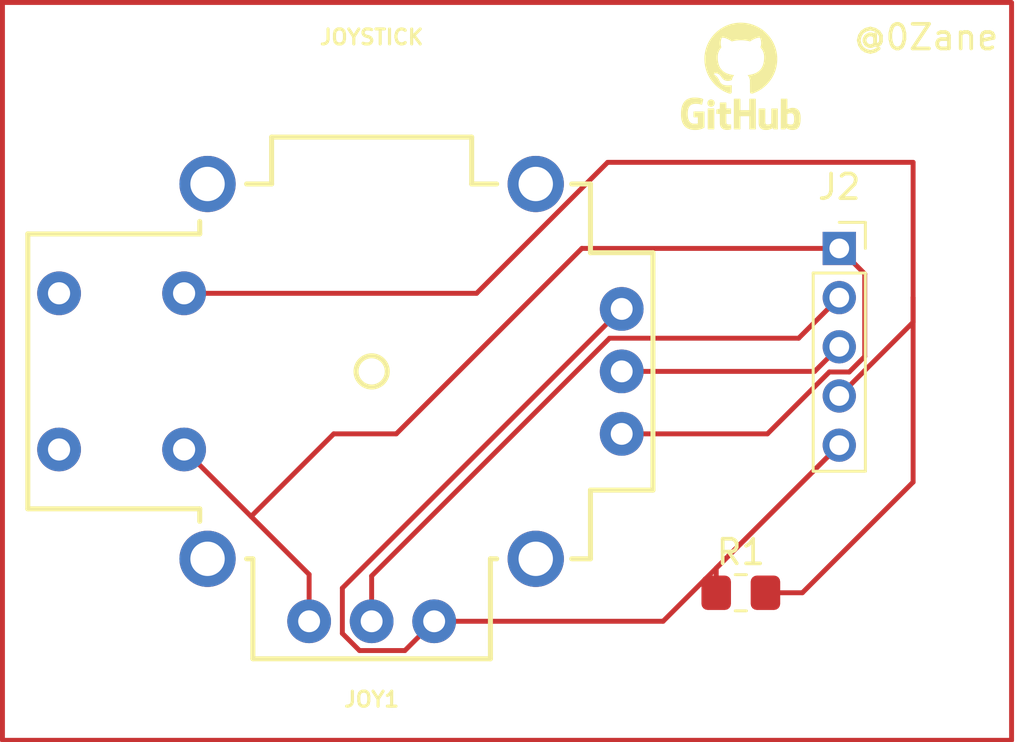
<source format=kicad_pcb>
(kicad_pcb (version 20241229) (generator "pcbnew") (generator_version "9.0")
  (layers (0 "F.Cu" signal) (2 "B.Cu" signal) (13 "F.Paste" user) (15 "B.Paste" user) (5 "F.SilkS" user "F.Silkscreen") (7 "B.SilkS" user "B.Silkscreen") (1 "F.Mask" user) (3 "B.Mask" user) (25 "Edge.Cuts" user))
  (net 0 "")
  (net 1 "/OUT_Y")
  (net 2 "GND")
  (net 3 "/OUT_X")
  (net 4 "+3V3")
  (net 5 "Net-(J2-Pin_4)")
  (footprint "FOOTPRINTS:Joystick" (layer "F.Cu") (at 65 65 90)
    (property "Reference" "JOY1" (at -13.335 0 0) (layer "F.SilkS") (effects (font (size 0.6096 0.6096) (thickness 0.127))))
    (property "Value" "JOYSTICK" (at 13.589 0 0) (layer "F.SilkS") (effects (font (size 0.6096 0.6096) (thickness 0.127))))
    (fp_line (start 5.588 -13.97) (end -5.588 -13.97) (stroke (width 0.2032)) (layer "F.SilkS"))
    (fp_line (start 5.588 -13.97) (end 5.588 -6.985) (stroke (width 0.2032)) (layer "F.SilkS"))
    (fp_line (start -5.588 -13.97) (end -5.588 -6.985) (stroke (width 0.2032)) (layer "F.SilkS"))
    (fp_line (start 6.096 -6.985) (end 5.588 -6.985) (stroke (width 0.2032)) (layer "F.SilkS"))
    (fp_line (start -5.588 -6.985) (end -6.096 -6.985) (stroke (width 0.2032)) (layer "F.SilkS"))
    (fp_line (start -7.62 -4.826) (end -7.62 -5.08) (stroke (width 0.2032)) (layer "F.SilkS"))
    (fp_line (start -7.62 -4.826) (end -11.684 -4.826) (stroke (width 0.2032)) (layer "F.SilkS"))
    (fp_line (start -11.684 -4.826) (end -11.684 4.826) (stroke (width 0.2032)) (layer "F.SilkS"))
    (fp_line (start 9.525 -4.064) (end 9.525 4.064) (stroke (width 0.2032)) (layer "F.SilkS"))
    (fp_line (start 7.62 -4.064) (end 7.62 -5.08) (stroke (width 0.2032)) (layer "F.SilkS"))
    (fp_line (start 7.62 -4.064) (end 9.525 -4.064) (stroke (width 0.2032)) (layer "F.SilkS"))
    (fp_line (start 7.62 4.064) (end 9.525 4.064) (stroke (width 0.2032)) (layer "F.SilkS"))
    (fp_line (start 7.62 4.064) (end 7.62 5.08) (stroke (width 0.2032)) (layer "F.SilkS"))
    (fp_line (start -7.62 4.826) (end -11.684 4.826) (stroke (width 0.2032)) (layer "F.SilkS"))
    (fp_line (start -7.62 4.826) (end -7.62 5.08) (stroke (width 0.2032)) (layer "F.SilkS"))
    (fp_line (start 7.62 8.128) (end 7.62 8.89) (stroke (width 0.2032)) (layer "F.SilkS"))
    (fp_line (start -7.62 8.128) (end -7.62 8.89) (stroke (width 0.2032)) (layer "F.SilkS"))
    (fp_line (start 4.826 8.89) (end 7.62 8.89) (stroke (width 0.2032)) (layer "F.SilkS"))
    (fp_line (start -4.826 8.89) (end -7.62 8.89) (stroke (width 0.2032)) (layer "F.SilkS"))
    (fp_line (start 4.826 11.43) (end 4.826 8.89) (stroke (width 0.2032)) (layer "F.SilkS"))
    (fp_line (start 4.826 11.43) (end -4.826 11.43) (stroke (width 0.2032)) (layer "F.SilkS"))
    (fp_line (start -4.826 11.43) (end -4.826 8.89) (stroke (width 0.2032)) (layer "F.SilkS"))
    (fp_circle (center 0 0) (end 0 -0.635) (stroke (width 0.2032)) (fill no) (layer "F.SilkS"))
    (pad "1" thru_hole circle (at -10.16 -2.54 90) (size 1.778 1.778) (drill 0.889) (layers "*.Cu" "*.Mask") (net 4 "+3V3"))
    (pad "2" thru_hole circle (at -10.16 0 90) (size 1.778 1.778) (drill 0.889) (layers "*.Cu" "*.Mask") (net 3 "/OUT_X"))
    (pad "3" thru_hole circle (at -10.16 2.54 90) (size 1.778 1.778) (drill 0.889) (layers "*.Cu" "*.Mask") (net 2 "GND"))
    (pad "4" thru_hole circle (at -2.54 10.16 90) (size 1.778 1.778) (drill 0.889) (layers "*.Cu" "*.Mask") (net 4 "+3V3"))
    (pad "5" thru_hole circle (at 0 10.16 90) (size 1.778 1.778) (drill 0.889) (layers "*.Cu" "*.Mask") (net 1 "/OUT_Y"))
    (pad "6" thru_hole circle (at 2.54 10.16 90) (size 1.778 1.778) (drill 0.889) (layers "*.Cu" "*.Mask") (net 2 "GND"))
    (pad "MOUN" thru_hole circle (at -7.62 -6.6675 90) (size 2.286 2.286) (drill 1.397) (layers "*.Cu" "*.Mask"))
    (pad "MOUN" thru_hole circle (at -7.62 6.6675 90) (size 2.286 2.286) (drill 1.397) (layers "*.Cu" "*.Mask"))
    (pad "MOUN" thru_hole circle (at 7.62 -6.6675 90) (size 2.286 2.286) (drill 1.397) (layers "*.Cu" "*.Mask"))
    (pad "MOUN" thru_hole circle (at 7.62 6.6675 90) (size 2.286 2.286) (drill 1.397) (layers "*.Cu" "*.Mask"))
    (pad "a" thru_hole circle (at -3.175 -7.62 90) (size 1.778 1.778) (drill 0.89916) (layers "*.Cu" "*.Mask") (net 4 "+3V3"))
    (pad "b" thru_hole circle (at 3.175 -7.62 90) (size 1.778 1.778) (drill 0.89916) (layers "*.Cu" "*.Mask") (net 5 "Net-(J2-Pin_4)"))
    (pad "c" thru_hole circle (at -3.175 -12.7 90) (size 1.778 1.778) (drill 0.89916) (layers "*.Cu" "*.Mask"))
    (pad "d" thru_hole circle (at 3.175 -12.7 90) (size 1.778 1.778) (drill 0.89916) (layers "*.Cu" "*.Mask"))
  )
  (footprint "Connector_PinSocket_2.00mm:PinSocket_1x05_P2.00mm_Vertical" (layer "F.Cu") (at 84 60)
    (property "Reference" "J2" (at 0 -2.5 0) (layer "F.SilkS"))
    (property "Value" "Conn_01x05_Socket")
    (fp_line (start -1.06 1) (end -1.06 9.06) (stroke (width 0.12)) (layer "F.SilkS"))
    (fp_line (start -1.06 1) (end 1.06 1) (stroke (width 0.12)) (layer "F.SilkS"))
    (fp_line (start -1.06 9.06) (end 1.06 9.06) (stroke (width 0.12)) (layer "F.SilkS"))
    (fp_line (start 0 -1.06) (end 1.06 -1.06) (stroke (width 0.12)) (layer "F.SilkS"))
    (fp_line (start 1.06 -1.06) (end 1.06 0) (stroke (width 0.12)) (layer "F.SilkS"))
    (fp_line (start 1.06 1) (end 1.06 9.06) (stroke (width 0.12)) (layer "F.SilkS"))
    (pad "1" thru_hole rect (at 0 0) (size 1.35 1.35) (drill 0.8) (layers "*.Cu" "*.Mask") (net 4 "+3V3"))
    (pad "2" thru_hole circle (at 0 2) (size 1.35 1.35) (drill 0.8) (layers "*.Cu" "*.Mask") (net 3 "/OUT_X"))
    (pad "3" thru_hole circle (at 0 4) (size 1.35 1.35) (drill 0.8) (layers "*.Cu" "*.Mask") (net 1 "/OUT_Y"))
    (pad "4" thru_hole circle (at 0 6) (size 1.35 1.35) (drill 0.8) (layers "*.Cu" "*.Mask") (net 5 "Net-(J2-Pin_4)"))
    (pad "5" thru_hole circle (at 0 8) (size 1.35 1.35) (drill 0.8) (layers "*.Cu" "*.Mask") (net 2 "GND"))
  )
  (footprint "Resistor_SMD:R_0805_2012Metric_Pad1.20x1.40mm_HandSolder" (layer "F.Cu") (at 80 74)
    (property "Reference" "R1" (at 0 -1.65 0) (layer "F.SilkS"))
    (property "Value" "10K")
    (fp_line (start -0.227064 -0.735) (end 0.227064 -0.735) (stroke (width 0.12)) (layer "F.SilkS"))
    (fp_line (start -0.227064 0.735) (end 0.227064 0.735) (stroke (width 0.12)) (layer "F.SilkS"))
    (pad "1" smd roundrect (at -1 0) (size 1.2 1.4) (layers "F.Cu" "F.Mask" "F.Paste") (roundrect_rratio 0.208333) (net 2 "GND"))
    (pad "2" smd roundrect (at 1 0) (size 1.2 1.4) (layers "F.Cu" "F.Mask" "F.Paste") (roundrect_rratio 0.208333) (net 5 "Net-(J2-Pin_4)"))
  )
  (footprint "images:github" (layer "F.Cu") (at 80 53)
    (property "Reference" "G***" (hide yes))
    (property "Value" "LOGO" (hide yes))
    (fp_poly (pts (xy -1.18965 0.942774) (xy -1.172092 0.945906) (xy -1.155121 0.951535) (xy -1.147226 0.954986) (xy -1.125761 0.96723) (xy -1.106907 0.982652) (xy -1.090831 1.001056) (xy -1.077699 1.022248) (xy -1.067677 1.046032) (xy -1.066367 1.050085) (xy -1.063048 1.065076) (xy -1.061371 1.082356) (xy -1.061338 1.10041) (xy -1.062947 1.117725) (xy -1.066198 1.132788) (xy -1.066372 1.133352) (xy -1.075755 1.157048) (xy -1.088194 1.178299) (xy -1.103382 1.196873) (xy -1.121009 1.212539) (xy -1.140769 1.225065) (xy -1.162353 1.234219) (xy -1.185453 1.239772) (xy -1.209762 1.24149) (xy -1.21023 1.241484) (xy -1.219547 1.241271) (xy -1.227793 1.240937) (xy -1.233725 1.240539) (xy -1.235417 1.240337) (xy -1.25265 1.23595) (xy -1.270674 1.228658) (xy -1.288124 1.219117) (xy -1.303632 1.207986) (xy -1.304981 1.206847) (xy -1.322223 1.189531) (xy -1.336012 1.17041) (xy -1.346396 1.149889) (xy -1.353427 1.128369) (xy -1.357153 1.106254) (xy -1.357625 1.083948) (xy -1.354893 1.061854) (xy -1.349007 1.040375) (xy -1.340016 1.019914) (xy -1.327971 1.000874) (xy -1.312922 0.98366) (xy -1.294918 0.968673) (xy -1.274009 0.956318) (xy -1.273959 0.956293) (xy -1.256715 0.948992) (xy -1.239917 0.944403) (xy -1.221959 0.942167) (xy -1.209375 0.941805)) (fill yes) (layer "F.SilkS"))
    (fp_poly (pts (xy -1.186373 1.308442) (xy -1.163989 1.308469) (xy -1.145132 1.308546) (xy -1.129485 1.308701) (xy -1.116726 1.308962) (xy -1.106538 1.309356) (xy -1.0986 1.30991) (xy -1.092594 1.310652) (xy -1.088199 1.31161) (xy -1.085098 1.312809) (xy -1.08297 1.314279) (xy -1.081496 1.316046) (xy -1.080357 1.318137) (xy -1.079573 1.319841) (xy -1.07926 1.321482) (xy -1.078973 1.325069) (xy -1.078709 1.330735) (xy -1.078469 1.338615) (xy -1.078251 1.348843) (xy -1.078054 1.361553) (xy -1.077879 1.376879) (xy -1.077723 1.394956) (xy -1.077586 1.415917) (xy -1.077468 1.439896) (xy -1.077367 1.467028) (xy -1.077283 1.497447) (xy -1.077215 1.531287) (xy -1.077162 1.568682) (xy -1.077124 1.609767) (xy -1.077098 1.654675) (xy -1.077086 1.70354) (xy -1.077084 1.732737) (xy -1.077086 1.781359) (xy -1.077092 1.825987) (xy -1.077105 1.866796) (xy -1.077125 1.903958) (xy -1.077154 1.937648) (xy -1.077194 1.968038) (xy -1.077245 1.995303) (xy -1.07731 2.019616) (xy -1.07739 2.04115) (xy -1.077487 2.06008) (xy -1.0776 2.076578) (xy -1.077734 2.090819) (xy -1.077888 2.102975) (xy -1.078064 2.113221) (xy -1.078263 2.12173) (xy -1.078488 2.128675) (xy -1.078739 2.134231) (xy -1.079018 2.13857) (xy -1.079327 2.141867) (xy -1.079667 2.144294) (xy -1.080038 2.146026) (xy -1.080444 2.147236) (xy -1.080568 2.147512) (xy -1.081895 2.150245) (xy -1.083297 2.152568) (xy -1.085103 2.154514) (xy -1.08764 2.156117) (xy -1.091239 2.157409) (xy -1.096226 2.158424) (xy -1.102931 2.159195) (xy -1.111682 2.159756) (xy -1.122807 2.160138) (xy -1.136636 2.160376) (xy -1.153496 2.160502) (xy -1.173716 2.16055) (xy -1.197624 2.160552) (xy -1.209829 2.160547) (xy -1.234386 2.16053) (xy -1.255129 2.160494) (xy -1.272415 2.160426) (xy -1.286595 2.160315) (xy -1.298026 2.160149) (xy -1.30706 2.159916) (xy -1.314051 2.159605) (xy -1.319355 2.159204) (xy -1.323324 2.158701) (xy -1.326314 2.158084) (xy -1.328677 2.157342) (xy -1.330592 2.156544) (xy -1.332385 2.155864) (xy -1.334034 2.155409) (xy -1.335543 2.155008) (xy -1.336918 2.154489) (xy -1.338167 2.153683) (xy -1.339294 2.152419) (xy -1.340307 2.150527) (xy -1.341211 2.147835) (xy -1.342012 2.144174) (xy -1.342716 2.139372) (xy -1.34333 2.133259) (xy -1.343859 2.125664) (xy -1.344311 2.116418) (xy -1.34469 2.105349) (xy -1.345003 2.092286) (xy -1.345256 2.07706) (xy -1.345455 2.059499) (xy -1.345607 2.039433) (xy -1.345717 2.016692) (xy -1.345791 1.991104) (xy -1.345837 1.9625) (xy -1.345859 1.930708) (xy -1.345864 1.895559) (xy -1.345857 1.856881) (xy -1.345846 1.814504) (xy -1.345837 1.768257) (xy -1.345834 1.731286) (xy -1.345834 1.322608) (xy -1.338751 1.315524) (xy -1.331667 1.30844) (xy -1.212605 1.30844)) (fill yes) (layer "F.SilkS"))
    (fp_poly (pts (xy -0.150213 0.912605) (xy -0.123421 0.912634) (xy -0.100534 0.912709) (xy -0.081289 0.912836) (xy -0.065427 0.913021) (xy -0.052684 0.91327) (xy -0.0428 0.913587) (xy -0.035512 0.913978) (xy -0.030559 0.91445) (xy -0.027679 0.915007) (xy -0.027084 0.915238) (xy -0.022672 0.918841) (xy -0.018679 0.924264) (xy -0.018233 0.925104) (xy -0.017655 0.926456) (xy -0.017141 0.928231) (xy -0.016688 0.930669) (xy -0.016291 0.934009) (xy -0.015948 0.938488) (xy -0.015654 0.944346) (xy -0.015405 0.951822) (xy -0.015198 0.961154) (xy -0.015028 0.972581) (xy -0.014893 0.986341) (xy -0.014789 1.002674) (xy -0.014711 1.021818) (xy -0.014655 1.044012) (xy -0.014619 1.069494) (xy -0.014598 1.098504) (xy -0.014589 1.13128) (xy -0.014587 1.155823) (xy -0.014584 1.379279) (xy 0.163541 1.379279) (xy 0.341666 1.379279) (xy 0.341666 1.153252) (xy 0.341666 0.927224) (xy 0.347744 0.92042) (xy 0.353822 0.913616) (xy 0.473232 0.913044) (xy 0.49947 0.912925) (xy 0.521865 0.912853) (xy 0.540739 0.912848) (xy 0.556416 0.91293) (xy 0.569219 0.913122) (xy 0.57947 0.913443) (xy 0.587494 0.913914) (xy 0.593613 0.914556) (xy 0.598151 0.91539) (xy 0.60143 0.916436) (xy 0.603774 0.917716) (xy 0.605506 0.919249) (xy 0.606948 0.921057) (xy 0.607374 0.921659) (xy 0.607675 0.922473) (xy 0.607956 0.924116) (xy 0.608217 0.926726) (xy 0.60846 0.930437) (xy 0.608685 0.935386) (xy 0.608892 0.941708) (xy 0.609082 0.94954) (xy 0.609257 0.959017) (xy 0.609416 0.970276) (xy 0.60956 0.983452) (xy 0.60969 0.998682) (xy 0.609807 1.0161) (xy 0.609912 1.035844) (xy 0.610004 1.05805) (xy 0.610085 1.082852) (xy 0.610155 1.110388) (xy 0.610215 1.140792) (xy 0.610265 1.174202) (xy 0.610308 1.210753) (xy 0.610342 1.25058) (xy 0.610368 1.293821) (xy 0.610389 1.34061) (xy 0.610403 1.391084) (xy 0.610411 1.445379) (xy 0.610416 1.503631) (xy 0.610416 1.537207) (xy 0.610416 2.148412) (xy 0.604278 2.154551) (xy 0.59814 2.16069) (xy 0.47493 2.160121) (xy 0.35172 2.159551) (xy 0.346693 2.153705) (xy 0.341666 2.14786) (xy 0.341666 1.886496) (xy 0.341666 1.625132) (xy 0.163565 1.625132) (xy -0.014536 1.625132) (xy -0.015081 1.886783) (xy -0.015625 2.148434) (xy -0.022429 2.154514) (xy -0.029233 2.160593) (xy -0.15 2.160593) (xy -0.270768 2.160593) (xy -0.277572 2.154513) (xy -0.284375 2.148434) (xy -0.284907 1.541774) (xy -0.284945 1.491694) (xy -0.284971 1.442663) (xy -0.284985 1.394847) (xy -0.284987 1.348411) (xy -0.284978 1.303522) (xy -0.284958 1.260344) (xy -0.284928 1.219045) (xy -0.284887 1.179789) (xy -0.284836 1.142743) (xy -0.284775 1.108072) (xy -0.284706 1.075943) (xy -0.284627 1.046521) (xy -0.284539 1.019972) (xy -0.284443 0.996462) (xy -0.284339 0.976157) (xy -0.284227 0.959222) (xy -0.284107 0.945823) (xy -0.28398 0.936127) (xy -0.283847 0.930299) (xy -0.283735 0.928532) (xy -0.280337 0.922147) (xy -0.275083 0.917262) (xy -0.268134 0.912574)) (fill yes) (layer "F.SilkS"))
    (fp_poly (pts (xy 0.98766 1.316613) (xy 0.99375 1.322704) (xy 0.993791 1.595282) (xy 0.993813 1.634749) (xy 0.993865 1.671944) (xy 0.993946 1.706697) (xy 0.994055 1.73884) (xy 0.994191 1.768205) (xy 0.994353 1.794623) (xy 0.994539 1.817925) (xy 0.994748 1.837944) (xy 0.994979 1.85451) (xy 0.995231 1.867455) (xy 0.995502 1.87661) (xy 0.995791 1.881807) (xy 0.995863 1.882445) (xy 0.999933 1.90319) (xy 1.006033 1.920483) (xy 1.014416 1.93455) (xy 1.025334 1.945621) (xy 1.039041 1.953922) (xy 1.055791 1.959683) (xy 1.075835 1.96313) (xy 1.086458 1.964015) (xy 1.111208 1.963846) (xy 1.137453 1.960663) (xy 1.164103 1.954716) (xy 1.190065 1.946259) (xy 1.214249 1.935543) (xy 1.217708 1.933728) (xy 1.236458 1.923666) (xy 1.2375 1.622123) (xy 1.238541 1.32058) (xy 1.244387 1.315551) (xy 1.250232 1.310523) (xy 1.371109 1.310523) (xy 1.491987 1.310523) (xy 1.498076 1.316613) (xy 1.504166 1.322704) (xy 1.504166 1.735558) (xy 1.504166 2.148412) (xy 1.498076 2.154503) (xy 1.491987 2.160593) (xy 1.410762 2.160593) (xy 1.329537 2.160593) (xy 1.324465 2.154565) (xy 1.321092 2.149034) (xy 1.318545 2.141061) (xy 1.316868 2.132167) (xy 1.315492 2.123336) (xy 1.314203 2.115225) (xy 1.313258 2.109438) (xy 1.31318 2.108975) (xy 1.312016 2.102152) (xy 1.305487 2.106416) (xy 1.296999 2.111566) (xy 1.285781 2.117807) (xy 1.272927 2.124577) (xy 1.259532 2.131311) (xy 1.24669 2.137445) (xy 1.236458 2.142009) (xy 1.196159 2.157416) (xy 1.155371 2.169679) (xy 1.115061 2.178517) (xy 1.103125 2.180471) (xy 1.092529 2.181712) (xy 1.078863 2.182794) (xy 1.063222 2.183678) (xy 1.046701 2.184325) (xy 1.030395 2.184694) (xy 1.015399 2.184746) (xy 1.002808 2.184442) (xy 0.998958 2.18423) (xy 0.961189 2.180598) (xy 0.926893 2.174941) (xy 0.895855 2.167179) (xy 0.867862 2.157232) (xy 0.842701 2.14502) (xy 0.820158 2.130461) (xy 0.80002 2.113475) (xy 0.793307 2.106739) (xy 0.776122 2.086485) (xy 0.761581 2.064436) (xy 0.74955 2.040249) (xy 0.739894 2.01358) (xy 0.732481 1.984084) (xy 0.727176 1.951418) (xy 0.725058 1.931407) (xy 0.724732 1.925624) (xy 0.724432 1.916179) (xy 0.724159 1.903358) (xy 0.723911 1.887448) (xy 0.723688 1.868734) (xy 0.723491 1.847502) (xy 0.72332 1.824039) (xy 0.723174 1.798631) (xy 0.723052 1.771563) (xy 0.722956 1.743122) (xy 0.722884 1.713594) (xy 0.722837 1.683264) (xy 0.722814 1.65242) (xy 0.722815 1.621346) (xy 0.72284 1.59033) (xy 0.722889 1.559657) (xy 0.722962 1.529613) (xy 0.723059 1.500485) (xy 0.723178 1.472558) (xy 0.723321 1.446118) (xy 0.723487 1.421452) (xy 0.723676 1.398845) (xy 0.723888 1.378584) (xy 0.724122 1.360955) (xy 0.724379 1.346243) (xy 0.724658 1.334736) (xy 0.724958 1.326718) (xy 0.725281 1.322477) (xy 0.725405 1.321924) (xy 0.72649 1.319602) (xy 0.727677 1.317619) (xy 0.729283 1.315947) (xy 0.731625 1.314561) (xy 0.735019 1.313434) (xy 0.739781 1.312539) (xy 0.746229 1.311849) (xy 0.754679 1.311338) (xy 0.765447 1.310979) (xy 0.77885 1.310744) (xy 0.795204 1.310608) (xy 0.814827 1.310544) (xy 0.838035 1.310524) (xy 0.860473 1.310523) (xy 0.98157 1.310523)) (fill yes) (layer "F.SilkS"))
    (fp_poly (pts (xy -0.696144 1.066758) (xy -0.674174 1.066779) (xy -0.655722 1.066825) (xy -0.640463 1.066908) (xy -0.628071 1.067037) (xy -0.618222 1.067222) (xy -0.610592 1.067474) (xy -0.604856 1.067802) (xy -0.600688 1.068216) (xy -0.597765 1.068727) (xy -0.595761 1.069345) (xy -0.594352 1.070079) (xy -0.59346 1.070736) (xy -0.592415 1.071548) (xy -0.591513 1.072366) (xy -0.590742 1.073482) (xy -0.590092 1.075191) (xy -0.589551 1.077785) (xy -0.589108 1.081558) (xy -0.588753 1.086803) (xy -0.588473 1.093814) (xy -0.588258 1.102884) (xy -0.588097 1.114307) (xy -0.587978 1.128376) (xy -0.587891 1.145384) (xy -0.587823 1.165625) (xy -0.587765 1.189393) (xy -0.587705 1.216979) (xy -0.587693 1.222495) (xy -0.5875 1.30844) (xy -0.498992 1.30844) (xy -0.410483 1.30844) (xy -0.403679 1.314518) (xy -0.396875 1.320596) (xy -0.396257 1.415047) (xy -0.396156 1.434744) (xy -0.396117 1.453358) (xy -0.396134 1.470432) (xy -0.396207 1.48551) (xy -0.396331 1.498136) (xy -0.396503 1.507854) (xy -0.396721 1.514207) (xy -0.396916 1.516502) (xy -0.399358 1.523059) (xy -0.403169 1.528482) (xy -0.408144 1.533458) (xy -0.497822 1.533458) (xy -0.5875 1.533458) (xy -0.5875 1.71242) (xy -0.587498 1.743875) (xy -0.587487 1.771442) (xy -0.587461 1.795404) (xy -0.587413 1.816038) (xy -0.587338 1.833627) (xy -0.58723 1.848449) (xy -0.587081 1.860785) (xy -0.586887 1.870916) (xy -0.58664 1.879121) (xy -0.586335 1.88568) (xy -0.585965 1.890874) (xy -0.585525 1.894984) (xy -0.585007 1.898288) (xy -0.584406 1.901068) (xy -0.583716 1.903603) (xy -0.583238 1.905184) (xy -0.576353 1.920627) (xy -0.566009 1.933954) (xy -0.55244 1.944977) (xy -0.535881 1.953507) (xy -0.516568 1.959354) (xy -0.515625 1.959554) (xy -0.505369 1.961045) (xy -0.49206 1.962028) (xy -0.476782 1.962488) (xy -0.46062 1.96241) (xy -0.444658 1.961782) (xy -0.430686 1.960663) (xy -0.41803 1.959778) (xy -0.409219 1.960199) (xy -0.406143 1.960926) (xy -0.403261 1.962012) (xy -0.400864 1.963327) (xy -0.398908 1.965238) (xy -0.397348 1.968112) (xy -0.396139 1.972318) (xy -0.395237 1.978222) (xy -0.394596 1.986193) (xy -0.394173 1.996598) (xy -0.393921 2.009806) (xy -0.393797 2.026182) (xy -0.393755 2.046096) (xy -0.39375 2.062659) (xy -0.39375 2.150365) (xy -0.398617 2.155232) (xy -0.401868 2.157827) (xy -0.406484 2.160244) (xy -0.412967 2.162633) (xy -0.421819 2.165145) (xy -0.433542 2.167931) (xy -0.448636 2.171143) (xy -0.457292 2.172892) (xy -0.481644 2.177364) (xy -0.503695 2.180471) (xy -0.52475 2.182294) (xy -0.546114 2.182913) (xy -0.569093 2.182409) (xy -0.591307 2.181126) (xy -0.629419 2.176913) (xy -0.664507 2.169835) (xy -0.696577 2.159887) (xy -0.725636 2.147062) (xy -0.751691 2.131354) (xy -0.774747 2.112758) (xy -0.794812 2.091268) (xy -0.811892 2.066879) (xy -0.825994 2.039583) (xy -0.837125 2.009377) (xy -0.84529 1.976253) (xy -0.848716 1.955368) (xy -0.849612 1.948546) (xy -0.850403 1.941839) (xy -0.851095 1.934951) (xy -0.851696 1.927589) (xy -0.852212 1.91946) (xy -0.85265 1.91027) (xy -0.853015 1.899725) (xy -0.853314 1.887533) (xy -0.853555 1.873398) (xy -0.853743 1.857028) (xy -0.853885 1.838129) (xy -0.853987 1.816408) (xy -0.854056 1.79157) (xy -0.854099 1.763322) (xy -0.854122 1.731371) (xy -0.854128 1.711077) (xy -0.854167 1.533458) (xy -0.917804 1.533458) (xy -0.98144 1.533458) (xy -0.986415 1.528482) (xy -0.990384 1.522762) (xy -0.992676 1.516502) (xy -0.992955 1.512838) (xy -0.993179 1.505529) (xy -0.993344 1.495097) (xy -0.993445 1.482062) (xy -0.993478 1.466947) (xy -0.993439 1.450273) (xy -0.993335 1.433798) (xy -0.992709 1.358098) (xy -0.986459 1.352541) (xy -0.984109 1.350806) (xy -0.980767 1.349072) (xy -0.975986 1.347203) (xy -0.969321 1.345067) (xy -0.960326 1.342529) (xy -0.948555 1.339455) (xy -0.933562 1.335711) (xy -0.917188 1.331717) (xy -0.854167 1.316449) (xy -0.854167 1.197091) (xy -0.854164 1.171792) (xy -0.854147 1.150328) (xy -0.854105 1.132365) (xy -0.854026 1.117572) (xy -0.853899 1.105614) (xy -0.853712 1.09616) (xy -0.853453 1.088877) (xy -0.853112 1.083431) (xy -0.852676 1.079491) (xy -0.852135 1.076724) (xy -0.851476 1.074796) (xy -0.850688 1.073376) (xy -0.849849 1.072243) (xy -0.845531 1.066753) (xy -0.721955 1.066753)) (fill yes) (layer "F.SilkS"))
    (fp_poly (pts (xy 1.784877 0.912611) (xy 1.809846 0.912723) (xy 1.830833 0.912912) (xy 1.847932 0.91318) (xy 1.861235 0.913528) (xy 1.870835 0.913958) (xy 1.876823 0.914472) (xy 1.878919 0.914883) (xy 1.880972 0.915542) (xy 1.882792 0.916163) (xy 1.884394 0.916986) (xy 1.885791 0.918251) (xy 1.886997 0.9202) (xy 1.888026 0.923073) (xy 1.888893 0.92711) (xy 1.889611 0.932551) (xy 1.890193 0.939638) (xy 1.890655 0.94861) (xy 1.89101 0.959708) (xy 1.891271 0.973173) (xy 1.891454 0.989244) (xy 1.891571 1.008163) (xy 1.891637 1.03017) (xy 1.891666 1.055505) (xy 1.891671 1.084409) (xy 1.891667 1.117122) (xy 1.891666 1.134537) (xy 1.891682 1.163395) (xy 1.891728 1.191033) (xy 1.891803 1.217173) (xy 1.891903 1.241535) (xy 1.892028 1.263839) (xy 1.892174 1.283805) (xy 1.892339 1.301155) (xy 1.892521 1.315608) (xy 1.892719 1.326884) (xy 1.892929 1.334705) (xy 1.89315 1.338791) (xy 1.893274 1.339345) (xy 1.895684 1.338202) (xy 1.901029 1.335617) (xy 1.908501 1.331981) (xy 1.916712 1.32797) (xy 1.954087 1.311904) (xy 1.993298 1.299255) (xy 2.033624 1.290191) (xy 2.074344 1.284878) (xy 2.10862 1.283438) (xy 2.147659 1.285092) (xy 2.18417 1.290058) (xy 2.21816 1.298341) (xy 2.249635 1.309945) (xy 2.278601 1.324875) (xy 2.305064 1.343135) (xy 2.32903 1.36473) (xy 2.350505 1.389665) (xy 2.369495 1.417943) (xy 2.386006 1.449571) (xy 2.400044 1.484551) (xy 2.409161 1.513735) (xy 2.413041 1.529203) (xy 2.416967 1.547573) (xy 2.420709 1.567587) (xy 2.424038 1.587988) (xy 2.426723 1.607521) (xy 2.427441 1.613673) (xy 2.428262 1.623723) (xy 2.428935 1.637265) (xy 2.429462 1.653627) (xy 2.429841 1.672137) (xy 2.430074 1.692122) (xy 2.430158 1.71291) (xy 2.430096 1.733828) (xy 2.429885 1.754206) (xy 2.429527 1.77337) (xy 2.429022 1.790647) (xy 2.428368 1.805367) (xy 2.427566 1.816856) (xy 2.427472 1.817856) (xy 2.422293 1.862885) (xy 2.41578 1.904147) (xy 2.40786 1.941849) (xy 2.398459 1.976197) (xy 2.387503 2.007396) (xy 2.37492 2.035653) (xy 2.360635 2.061173) (xy 2.344576 2.084162) (xy 2.326668 2.104826) (xy 2.324089 2.107465) (xy 2.30215 2.127053) (xy 2.278121 2.143569) (xy 2.251745 2.157131) (xy 2.222761 2.167857) (xy 2.190911 2.175864) (xy 2.163955 2.180293) (xy 2.149419 2.181716) (xy 2.131888 2.182673) (xy 2.112507 2.183164) (xy 2.092422 2.183188) (xy 2.072777 2.182748) (xy 2.054719 2.181843) (xy 2.039391 2.180473) (xy 2.0375 2.18024) (xy 2.002032 2.174254) (xy 1.96713 2.165564) (xy 1.93345 2.154419) (xy 1.901652 2.141068) (xy 1.872393 2.125759) (xy 1.846332 2.108742) (xy 1.844336 2.107263) (xy 1.837611 2.102291) (xy 1.832242 2.098442) (xy 1.829024 2.096279) (xy 1.828478 2.096004) (xy 1.827906 2.097909) (xy 1.827155 2.102937) (xy 1.826374 2.110057) (xy 1.826276 2.11111) (xy 1.82407 2.128568) (xy 1.82102 2.142012) (xy 1.817131 2.151416) (xy 1.813584 2.155876) (xy 1.8081 2.160593) (xy 1.721598 2.160593) (xy 1.635096 2.160593) (xy 1.629006 2.154503) (xy 1.622916 2.148412) (xy 1.622916 1.542392) (xy 1.8875 1.542392) (xy 1.8875 1.734432) (xy 1.8875 1.926473) (xy 1.895312 1.93084) (xy 1.91149 1.93872) (xy 1.930589 1.946122) (xy 1.951365 1.952669) (xy 1.972575 1.957987) (xy 1.992973 1.961699) (xy 2.000732 1.962661) (xy 2.014125 1.963523) (xy 2.029574 1.963664) (xy 2.045509 1.963136) (xy 2.060362 1.961988) (xy 2.071985 1.96038) (xy 2.088776 1.956016) (xy 2.10356 1.949383) (xy 2.116452 1.940279) (xy 2.127563 1.928502) (xy 2.137008 1.913849) (xy 2.144898 1.896117) (xy 2.151349 1.875105) (xy 2.156472 1.850611) (xy 2.16038 1.822431) (xy 2.162615 1.798335) (xy 2.163451 1.783975) (xy 2.163993 1.767235) (xy 2.164255 1.748862) (xy 2.164249 1.729599) (xy 2.16399 1.71019) (xy 2.163491 1.691382) (xy 2.162766 1.673917) (xy 2.16183 1.658541) (xy 2.160695 1.645999) (xy 2.159672 1.638613) (xy 2.153775 1.611409) (xy 2.146173 1.587228) (xy 2.136971 1.566324) (xy 2.126274 1.548946) (xy 2.11804 1.539105) (xy 2.107431 1.529117) (xy 2.096663 1.52148) (xy 2.084266 1.515271) (xy 2.073476 1.511157) (xy 2.0666 1.508892) (xy 2.060549 1.507326) (xy 2.054276 1.506332) (xy 2.046734 1.505781) (xy 2.036876 1.505546) (xy 2.027083 1.505499) (xy 2.000256 1.506619) (xy 1.974921 1.510194) (xy 1.949985 1.516478) (xy 1.924356 1.525721) (xy 1.907812 1.532968) (xy 1.8875 1.542392) (xy 1.622916 1.542392) (xy 1.622916 1.537648) (xy 1.622923 1.469436) (xy 1.622943 1.405365) (xy 1.622976 1.34541) (xy 1.623022 1.289547) (xy 1.623083 1.237749) (xy 1.623156 1.189993) (xy 1.623244 1.146251) (xy 1.623345 1.1065) (xy 1.62346 1.070715) (xy 1.623589 1.038868) (xy 1.623732 1.010937) (xy 1.623889 0.986894) (xy 1.624061 0.966716) (xy 1.624246 0.950376) (xy 1.624446 0.93785) (xy 1.624661 0.929112) (xy 1.62489 0.924137) (xy 1.625061 0.922876) (xy 1.626267 0.920742) (xy 1.627636 0.918924) (xy 1.629494 0.917399) (xy 1.632163 0.91614) (xy 1.635968 0.915121) (xy 1.641234 0.914318) (xy 1.648283 0.913704) (xy 1.65744 0.913254) (xy 1.669029 0.912943) (xy 1.683373 0.912745) (xy 1.700798 0.912635) (xy 1.721627 0.912586) (xy 1.746183 0.912574) (xy 1.755835 0.912574)) (fill yes) (layer "F.SilkS"))
    (fp_poly (pts (xy -1.857359 0.867038) (xy -1.834245 0.867482) (xy -1.81145 0.868148) (xy -1.789718 0.869019) (xy -1.769797 0.870082) (xy -1.752432 0.871323) (xy -1.738542 0.872706) (xy -1.7005 0.877864) (xy -1.666212 0.883709) (xy -1.635308 0.890334) (xy -1.607418 0.897829) (xy -1.582172 0.906286) (xy -1.5592 0.915799) (xy -1.552651 0.918894) (xy -1.543372 0.92343) (xy -1.536327 0.927261) (xy -1.531342 0.930995) (xy -1.528247 0.935241) (xy -1.52687 0.940604) (xy -1.527038 0.947692) (xy -1.528582 0.957113) (xy -1.531329 0.969474) (xy -1.534541 0.982997) (xy -1.542178 1.015183) (xy -1.548889 1.043588) (xy -1.554735 1.068477) (xy -1.55978 1.090119) (xy -1.564085 1.10878) (xy -1.566618 1.119883) (xy -1.569281 1.131236) (xy -1.571454 1.139298) (xy -1.57344 1.144865) (xy -1.575545 1.148737) (xy -1.578071 1.151711) (xy -1.579123 1.152698) (xy -1.583888 1.156339) (xy -1.587878 1.158311) (xy -1.588637 1.158427) (xy -1.591666 1.157837) (xy -1.597879 1.156212) (xy -1.606485 1.153773) (xy -1.616694 1.15074) (xy -1.621417 1.149296) (xy -1.648136 1.141632) (xy -1.674159 1.135418) (xy -1.70033 1.130533) (xy -1.727495 1.126856) (xy -1.756496 1.124265) (xy -1.788181 1.122639) (xy -1.811459 1.122027) (xy -1.845929 1.122029) (xy -1.876991 1.123391) (xy -1.905204 1.126196) (xy -1.931123 1.130527) (xy -1.955309 1.136466) (xy -1.978318 1.144094) (xy -1.988582 1.148161) (xy -2.011111 1.159412) (xy -2.033385 1.174078) (xy -2.054523 1.191454) (xy -2.073639 1.210835) (xy -2.085449 1.225359) (xy -2.102269 1.251197) (xy -2.116924 1.280527) (xy -2.129395 1.313269) (xy -2.139664 1.349343) (xy -2.14771 1.38867) (xy -2.153515 1.431169) (xy -2.157059 1.476759) (xy -2.158322 1.525362) (xy -2.158325 1.528145) (xy -2.157153 1.579035) (xy -2.153658 1.626468) (xy -2.147839 1.670444) (xy -2.139698 1.710963) (xy -2.129234 1.748024) (xy -2.116448 1.781628) (xy -2.101339 1.811773) (xy -2.083909 1.83846) (xy -2.064156 1.861688) (xy -2.042081 1.881456) (xy -2.017685 1.897765) (xy -1.990967 1.910614) (xy -1.986963 1.912166) (xy -1.97517 1.916462) (xy -1.964531 1.919926) (xy -1.954387 1.922645) (xy -1.944076 1.924705) (xy -1.932939 1.926195) (xy -1.920316 1.9272) (xy -1.905545 1.927809) (xy -1.887967 1.928108) (xy -1.866922 1.928185) (xy -1.865625 1.928185) (xy -1.845749 1.928122) (xy -1.829381 1.927936) (xy -1.815865 1.9276) (xy -1.804544 1.927083) (xy -1.794762 1.926357) (xy -1.785861 1.925393) (xy -1.778125 1.924306) (xy -1.768079 1.922698) (xy -1.759309 1.921178) (xy -1.752769 1.919919) (xy -1.749446 1.919105) (xy -1.748678 1.918629) (xy -1.748024 1.917604) (xy -1.747476 1.915716) (xy -1.747025 1.912651) (xy -1.74666 1.908096) (xy -1.746373 1.901737) (xy -1.746154 1.89326) (xy -1.745995 1.882351) (xy -1.745886 1.868698) (xy -1.745818 1.851986) (xy -1.745781 1.831901) (xy -1.745768 1.808131) (xy -1.745766 1.793838) (xy -1.745766 1.669928) (xy -1.824446 1.669586) (xy -1.842329 1.669504) (xy -1.859038 1.66942) (xy -1.874084 1.669337) (xy -1.886973 1.669257) (xy -1.897215 1.669183) (xy -1.904319 1.66912) (xy -1.907793 1.669069) (xy -1.907912 1.669065) (xy -1.912538 1.667464) (xy -1.917396 1.663803) (xy -1.917808 1.663373) (xy -1.922917 1.65786) (xy -1.922917 1.549727) (xy -1.922917 1.441595) (xy -1.917942 1.436619) (xy -1.912221 1.432657) (xy -1.905962 1.430381) (xy -1.902923 1.43021) (xy -1.896011 1.430057) (xy -1.885519 1.429924) (xy -1.871742 1.429812) (xy -1.854972 1.429721) (xy -1.835504 1.429653) (xy -1.81363 1.429608) (xy -1.789645 1.429588) (xy -1.763842 1.429593) (xy -1.736515 1.429624) (xy -1.707957 1.429683) (xy -1.693277 1.429723) (xy -1.487594 1.430325) (xy -1.481818 1.436102) (xy -1.476042 1.441879) (xy -1.476042 1.762919) (xy -1.476042 2.08396) (xy -1.483334 2.090089) (xy -1.488737 2.093858) (xy -1.497287 2.098889) (xy -1.508286 2.10484) (xy -1.521037 2.111368) (xy -1.534842 2.11813) (xy -1.549002 2.124784) (xy -1.562819 2.130987) (xy -1.575597 2.136396) (xy -1.585492 2.140251) (xy -1.623303 2.15309) (xy -1.660729 2.163531) (xy -1.699148 2.171911) (xy -1.739943 2.178567) (xy -1.745834 2.179369) (xy -1.760658 2.18097) (xy -1.77872 2.182326) (xy -1.799097 2.183415) (xy -1.820865 2.184214) (xy -1.843101 2.184701) (xy -1.864882 2.184852) (xy -1.885286 2.184646) (xy -1.903389 2.18406) (xy -1.913542 2.183461) (xy -1.96602 2.178191) (xy -2.015317 2.170284) (xy -2.061515 2.159695) (xy -2.104696 2.146375) (xy -2.144943 2.13028) (xy -2.182339 2.111361) (xy -2.216966 2.089573) (xy -2.248907 2.06487) (xy -2.278244 2.037203) (xy -2.305059 2.006528) (xy -2.329436 1.972797) (xy -2.351143 1.93654) (xy -2.369648 1.898755) (xy -2.385833 1.857589) (xy -2.399674 1.813136) (xy -2.411146 1.765493) (xy -2.420225 1.714756) (xy -2.426884 1.661021) (xy -2.429103 1.635654) (xy -2.429935 1.621477) (xy -2.430558 1.60392) (xy -2.430978 1.583765) (xy -2.431196 1.561794) (xy -2.431218 1.53879) (xy -2.431048 1.515533) (xy -2.430688 1.492805) (xy -2.430143 1.471389) (xy -2.429417 1.452067) (xy -2.428513 1.43562) (xy -2.428099 1.429968) (xy -2.422975 1.378152) (xy -2.41617 1.329815) (xy -2.407593 1.284587) (xy -2.397153 1.242095) (xy -2.38476 1.201968) (xy -2.370324 1.163834) (xy -2.355212 1.1303) (xy -2.341251 1.103066) (xy -2.327251 1.078955) (xy -2.312526 1.056975) (xy -2.296388 1.036134) (xy -2.278149 1.015439) (xy -2.268822 1.005651) (xy -2.239147 0.977839) (xy -2.207346 0.953238) (xy -2.173287 0.931791) (xy -2.136836 0.913441) (xy -2.097861 0.898131) (xy -2.056229 0.885803) (xy -2.011807 0.876399) (xy -1.964462 0.869863) (xy -1.951611 0.868622) (xy -1.938089 0.86775) (xy -1.921157 0.86717) (xy -1.901561 0.866867) (xy -1.880046 0.866828)) (fill yes) (layer "F.SilkS"))
    (fp_poly (pts (xy 0.078385 -2.17729) (xy 0.156958 -2.171195) (xy 0.234561 -2.161075) (xy 0.311116 -2.146954) (xy 0.386543 -2.128856) (xy 0.460762 -2.106805) (xy 0.533693 -2.080824) (xy 0.605257 -2.050939) (xy 0.675374 -2.017172) (xy 0.743966 -1.979548) (xy 0.810951 -1.93809) (xy 0.81875 -1.932944) (xy 0.88174 -1.888642) (xy 0.94237 -1.841045) (xy 1.000486 -1.790339) (xy 1.05593 -1.736705) (xy 1.108546 -1.680328) (xy 1.158178 -1.62139) (xy 1.204669 -1.560077) (xy 1.247863 -1.49657) (xy 1.287604 -1.431054) (xy 1.323736 -1.363712) (xy 1.349289 -1.310087) (xy 1.378833 -1.239683) (xy 1.404745 -1.167715) (xy 1.42697 -1.094474) (xy 1.445451 -1.020252) (xy 1.460132 -0.945343) (xy 1.470955 -0.870037) (xy 1.477865 -0.794627) (xy 1.480805 -0.719405) (xy 1.479719 -0.644664) (xy 1.479376 -0.637) (xy 1.473833 -0.558549) (xy 1.464733 -0.482115) (xy 1.452005 -0.407431) (xy 1.43558 -0.334233) (xy 1.415386 -0.262253) (xy 1.391352 -0.191227) (xy 1.363409 -0.120889) (xy 1.331485 -0.050972) (xy 1.314721 -0.017474) (xy 1.278243 0.048916) (xy 1.238059 0.113611) (xy 1.194358 0.176396) (xy 1.147327 0.237061) (xy 1.097154 0.295393) (xy 1.044027 0.351178) (xy 0.988134 0.404205) (xy 0.929664 0.454261) (xy 0.868803 0.501134) (xy 0.834375 0.525483) (xy 0.772311 0.56565) (xy 0.707322 0.603104) (xy 0.639814 0.637638) (xy 0.570195 0.66904) (xy 0.507291 0.693999) (xy 0.471875 0.707171) (xy 0.446875 0.70726) (xy 0.435877 0.707218) (xy 0.427963 0.706895) (xy 0.422048 0.706133) (xy 0.417051 0.704772) (xy 0.411889 0.702655) (xy 0.410236 0.70189) (xy 0.396774 0.693491) (xy 0.385521 0.682293) (xy 0.377091 0.669088) (xy 0.372098 0.654667) (xy 0.371635 0.652149) (xy 0.371451 0.648954) (xy 0.37127 0.641867) (xy 0.371095 0.631161) (xy 0.370926 0.617109) (xy 0.370765 0.599985) (xy 0.370615 0.580064) (xy 0.370477 0.557619) (xy 0.370353 0.532925) (xy 0.370245 0.506254) (xy 0.370154 0.477882) (xy 0.370083 0.448081) (xy 0.370033 0.417126) (xy 0.37002 0.405602) (xy 0.369984 0.369074) (xy 0.369947 0.336464) (xy 0.369904 0.307523) (xy 0.369851 0.282001) (xy 0.369784 0.259651) (xy 0.369696 0.240223) (xy 0.369585 0.223468) (xy 0.369445 0.209137) (xy 0.369271 0.196981) (xy 0.36906 0.186751) (xy 0.368806 0.178198) (xy 0.368505 0.171073) (xy 0.368152 0.165127) (xy 0.367743 0.160111) (xy 0.367272 0.155776) (xy 0.366736 0.151873) (xy 0.36613 0.148153) (xy 0.365448 0.144367) (xy 0.365143 0.142719) (xy 0.35729 0.106667) (xy 0.347723 0.074125) (xy 0.336278 0.044737) (xy 0.322789 0.018146) (xy 0.307092 -0.006007) (xy 0.289022 -0.028078) (xy 0.283735 -0.033706) (xy 0.272305 -0.045535) (xy 0.279382 -0.046717) (xy 0.284357 -0.047479) (xy 0.292266 -0.048612) (xy 0.301907 -0.049947) (xy 0.309598 -0.050984) (xy 0.368388 -0.060007) (xy 0.423625 -0.070952) (xy 0.475482 -0.083875) (xy 0.524132 -0.098835) (xy 0.569748 -0.11589) (xy 0.612504 -0.135097) (xy 0.652573 -0.156514) (xy 0.683333 -0.175624) (xy 0.721327 -0.203167) (xy 0.756307 -0.233402) (xy 0.78829 -0.266363) (xy 0.817294 -0.302085) (xy 0.843334 -0.340601) (xy 0.86643 -0.381945) (xy 0.886598 -0.426151) (xy 0.903855 -0.473252) (xy 0.918218 -0.523284) (xy 0.929706 -0.576279) (xy 0.938334 -0.632272) (xy 0.943733 -0.686076) (xy 0.944433 -0.69756) (xy 0.945018 -0.711771) (xy 0.945481 -0.727937) (xy 0.945817 -0.745287) (xy 0.946019 -0.763046) (xy 0.946083 -0.780442) (xy 0.946 -0.796703) (xy 0.945766 -0.811056) (xy 0.945375 -0.822727) (xy 0.94487 -0.830426) (xy 0.93923 -0.87547) (xy 0.931047 -0.917808) (xy 0.920111 -0.958184) (xy 0.906211 -0.997343) (xy 0.889138 -1.036033) (xy 0.883888 -1.046631) (xy 0.874777 -1.063497) (xy 0.863806 -1.08202) (xy 0.851722 -1.101053) (xy 0.839271 -1.119449) (xy 0.8272 -1.136061) (xy 0.818704 -1.146828) (xy 0.812384 -1.154483) (xy 0.806531 -1.161592) (xy 0.802005 -1.167113) (xy 0.800387 -1.1691) (xy 0.795566 -1.175052) (xy 0.800877 -1.190441) (xy 0.806273 -1.207864) (xy 0.81149 -1.228058) (xy 0.816198 -1.249628) (xy 0.820066 -1.271181) (xy 0.820123 -1.271541) (xy 0.822004 -1.287318) (xy 0.823276 -1.306206) (xy 0.823946 -1.327194) (xy 0.824022 -1.34927) (xy 0.823509 -1.371424) (xy 0.822416 -1.392645) (xy 0.820749 -1.411921) (xy 0.819064 -1.424895) (xy 0.814621 -1.44955) (xy 0.808802 -1.47588) (xy 0.802006 -1.50229) (xy 0.794634 -1.527188) (xy 0.789615 -1.54211) (xy 0.785978 -1.552219) (xy 0.783303 -1.559086) (xy 0.781157 -1.563393) (xy 0.779106 -1.565824) (xy 0.776717 -1.567064) (xy 0.773556 -1.567794) (xy 0.773293 -1.567844) (xy 0.765154 -1.56876) (xy 0.754047 -1.569146) (xy 0.741131 -1.569038) (xy 0.727566 -1.568467) (xy 0.714512 -1.56747) (xy 0.70313 -1.566078) (xy 0.701041 -1.565736) (xy 0.663708 -1.557653) (xy 0.624782 -1.546061) (xy 0.584203 -1.530933) (xy 0.541909 -1.512241) (xy 0.497839 -1.489958) (xy 0.451934 -1.464058) (xy 0.404131 -1.434513) (xy 0.398873 -1.431116) (xy 0.373788 -1.414845) (xy 0.336373 -1.424252) (xy 0.292302 -1.43436) (xy 0.245279 -1.44333) (xy 0.196403 -1.450988) (xy 0.146776 -1.457156) (xy 0.107291 -1.460899) (xy 0.090608 -1.461959) (xy 0.070587 -1.462751) (xy 0.04805 -1.463279) (xy 0.023815 -1.463546) (xy -0.001295 -1.463556) (xy -0.026461 -1.463315) (xy -0.050863 -1.462825) (xy -0.07368 -1.462091) (xy -0.094092 -1.461117) (xy -0.111278 -1.459908) (xy -0.1125 -1.4598) (xy -0.177196 -1.4527) (xy -0.239076 -1.443242) (xy -0.298836 -1.431312) (xy -0.329644 -1.424008) (xy -0.366579 -1.414767) (xy -0.387849 -1.42857) (xy -0.435353 -1.458202) (xy -0.481285 -1.484428) (xy -0.525566 -1.507213) (xy -0.568118 -1.526522) (xy -0.608863 -1.542321) (xy -0.647723 -1.554574) (xy -0.684619 -1.563247) (xy -0.692639 -1.564701) (xy -0.704663 -1.566407) (xy -0.717821 -1.56769) (xy -0.731228 -1.568525) (xy -0.743996 -1.568886) (xy -0.755239 -1.568746) (xy -0.764072 -1.56808) (xy -0.76937 -1.566957) (xy -0.771485 -1.565681) (xy -0.773524 -1.56317) (xy -0.775757 -1.558842) (xy -0.778453 -1.552113) (xy -0.781881 -1.542401) (xy -0.784997 -1.5331) (xy -0.795495 -1.499204) (xy -0.80368 -1.467599) (xy -0.809728 -1.437234) (xy -0.813818 -1.407059) (xy -0.816125 -1.376022) (xy -0.816829 -1.344281) (xy -0.815691 -1.308051) (xy -0.812331 -1.272888) (xy -0.806861 -1.239532) (xy -0.799391 -1.208723) (xy -0.793772 -1.191132) (xy -0.787929 -1.174619) (xy -0.803895 -1.155586) (xy -0.833384 -1.117575) (xy -0.859117 -1.078249) (xy -0.881199 -1.037368) (xy -0.899737 -0.994687) (xy -0.914838 -0.949965) (xy -0.926605 -0.902959) (xy -0.934745 -0.856321) (xy -0.93597 -0.844841) (xy -0.93696 -0.82995) (xy -0.93771 -0.812396) (xy -0.938217 -0.792929) (xy -0.938476 -0.772297) (xy -0.938483 -0.751251) (xy -0.938234 -0.730538) (xy -0.937724 -0.710909) (xy -0.93695 -0.693111) (xy -0.935908 -0.677895) (xy -0.935748 -0.676098) (xy -0.929164 -0.61911) (xy -0.920152 -0.565418) (xy -0.90866 -0.51489) (xy -0.894632 -0.467395) (xy -0.878013 -0.422804) (xy -0.85875 -0.380985) (xy -0.836787 -0.341808) (xy -0.81207 -0.305143) (xy -0.784544 -0.270857) (xy -0.754156 -0.238822) (xy -0.752482 -0.237202) (xy -0.717798 -0.206571) (xy -0.67996 -0.178523) (xy -0.638946 -0.15305) (xy -0.594737 -0.130142) (xy -0.547313 -0.109792) (xy -0.496651 -0.091991) (xy -0.442734 -0.07673) (xy -0.385539 -0.064001) (xy -0.325047 -0.053795) (xy -0.305209 -0.051089) (xy -0.294738 -0.049719) (xy -0.285144 -0.048427) (xy -0.277544 -0.047367) (xy -0.273289 -0.046729) (xy -0.26637 -0.045593) (xy -0.280897 -0.030299) (xy -0.301102 -0.006027) (xy -0.318622 0.021397) (xy -0.333428 0.051916) (xy -0.345494 0.085474) (xy -0.354793 0.122015) (xy -0.355637 0.126167) (xy -0.361032 0.153369) (xy -0.372704 0.158195) (xy -0.410843 0.172154) (xy -0.448444 0.182313) (xy -0.485348 0.188681) (xy -0.521396 0.191264) (xy -0.556431 0.190069) (xy -0.590295 0.185104) (xy -0.622828 0.176375) (xy -0.653874 0.16389) (xy -0.683273 0.147656) (xy -0.688896 0.143991) (xy -0.708536 0.129608) (xy -0.727047 0.113379) (xy -0.744891 0.094806) (xy -0.762531 0.073389) (xy -0.780429 0.048629) (xy -0.788561 0.03646) (xy -0.801785 0.016804) (xy -0.813987 -0.000035) (xy -0.825922 -0.015009) (xy -0.83835 -0.029068) (xy -0.851574 -0.042717) (xy -0.877078 -0.065738) (xy -0.903252 -0.084807) (xy -0.930013 -0.099883) (xy -0.957275 -0.110926) (xy -0.984951 -0.117897) (xy -1.012958 -0.120754) (xy -1.01846 -0.120828) (xy -1.038267 -0.120023) (xy -1.054953 -0.117683) (xy -1.068314 -0.113871) (xy -1.078148 -0.108646) (xy -1.084252 -0.10207) (xy -1.084863 -0.100908) (xy -1.086699 -0.096416) (xy -1.087008 -0.092596) (xy -1.085739 -0.087672) (xy -1.084401 -0.083982) (xy -1.079546 -0.075148) (xy -1.071391 -0.06514) (xy -1.060458 -0.054448) (xy -1.047268 -0.043559) (xy -1.032344 -0.032962) (xy -1.024813 -0.028181) (xy -1.007714 -0.016716) (xy -0.991538 -0.003663) (xy -0.975842 0.011444) (xy -0.960185 0.029067) (xy -0.944125 0.049672) (xy -0.927221 0.073722) (xy -0.92566 0.076047) (xy -0.912375 0.096769) (xy -0.899353 0.118721) (xy -0.887142 0.140891) (xy -0.876292 0.162268) (xy -0.867351 0.18184) (xy -0.864564 0.188606) (xy -0.850161 0.220257) (xy -0.833362 0.248569) (xy -0.814008 0.273719) (xy -0.791938 0.295886) (xy -0.766992 0.315247) (xy -0.739011 0.331978) (xy -0.732292 0.335393) (xy -0.704998 0.347534) (xy -0.676929 0.357304) (xy -0.647519 0.364817) (xy -0.616199 0.370187) (xy -0.582404 0.373527) (xy -0.545566 0.374952) (xy -0.534388 0.375023) (xy -0.513224 0.37485) (xy -0.494063 0.374282) (xy -0.475743 0.37323) (xy -0.457101 0.371607) (xy -0.436974 0.369323) (xy -0.414199 0.36629) (xy -0.408478 0.36548) (xy -0.396534 0.363847) (xy -0.385943 0.362538) (xy -0.377425 0.361633) (xy -0.371701 0.361209) (xy -0.36958 0.36128) (xy -0.369064 0.362308) (xy -0.368621 0.365125) (xy -0.368248 0.369969) (xy -0.367942 0.377078) (xy -0.367698 0.38669) (xy -0.367514 0.399044) (xy -0.367385 0.414378) (xy -0.367308 0.432929) (xy -0.367279 0.454937) (xy -0.367295 0.480638) (xy -0.367352 0.509808) (xy -0.367709 0.657345) (xy -0.3735 0.669138) (xy -0.382505 0.682822) (xy -0.394787 0.694063) (xy -0.407964 0.701674) (xy -0.418508 0.705096) (xy -0.43155 0.707248) (xy -0.445589 0.708041) (xy -0.459127 0.707384) (xy -0.470025 0.705375) (xy -0.475456 0.703664) (xy -0.483917 0.700781) (xy -0.494542 0.69703) (xy -0.506465 0.692717) (xy -0.5169 0.688864) (xy -0.589253 0.659674) (xy -0.659752 0.6268) (xy -0.728267 0.590353) (xy -0.794668 0.550441) (xy -0.858827 0.507173) (xy -0.920613 0.460661) (xy -0.979897 0.411013) (xy -1.036549 0.358338) (xy -1.090441 0.302746) (xy -1.141441 0.244348) (xy -1.189422 0.183251) (xy -1.234254 0.119567) (xy -1.275806 0.053404) (xy -1.283281 0.040627) (xy -1.320428 -0.02772) (xy -1.353765 -0.097663) (xy -1.38327 -0.169056) (xy -1.40892 -0.241755) (xy -1.43069 -0.315614) (xy -1.448559 -0.390488) (xy -1.462502 -0.466234) (xy -1.472496 -0.542706) (xy -1.478519 -0.619759) (xy -1.480547 -0.697248) (xy -1.478557 -0.77503) (xy -1.472525 -0.852957) (xy -1.462429 -0.930887) (xy -1.450016 -1.000083) (xy -1.433104 -1.073059) (xy -1.412173 -1.145504) (xy -1.387364 -1.217126) (xy -1.358819 -1.287634) (xy -1.326678 -1.356736) (xy -1.291082 -1.424139) (xy -1.252173 -1.489551) (xy -1.210092 -1.552681) (xy -1.164979 -1.613236) (xy -1.137523 -1.647011) (xy -1.085004 -1.70642) (xy -1.029944 -1.762596) (xy -0.972462 -1.815483) (xy -0.912677 -1.865025) (xy -0.850709 -1.911166) (xy -0.786677 -1.95385) (xy -0.720702 -1.993021) (xy -0.652903 -2.028623) (xy -0.583398 -2.0606) (xy -0.512309 -2.088895) (xy -0.439753 -2.113454) (xy -0.365852 -2.134219) (xy -0.290724 -2.151136) (xy -0.214489 -2.164147) (xy -0.137267 -2.173198) (xy -0.059177 -2.178231) (xy -0.001078 -2.179337)) (fill yes) (layer "F.SilkS"))
  )
  (gr_rect (start 50 50) (end 91 80) (stroke (width 0.2)) (fill no) (layer "F.Cu"))
  (gr_text "@0Zane " (at 84.5 52 0) (layer "F.SilkS") (effects (font (size 1 1)) (justify left bottom)))
  (segment (start 84 64) (end 83 65) (width 0.2) (layer "F.Cu") (net 1))
  (segment (start 83 65) (end 75.16 65) (width 0.2) (layer "F.Cu") (net 1))
  (segment (start 75.16 62.46) (end 63.81 73.81) (width 0.2) (layer "F.Cu") (net 2))
  (segment (start 79 73) (end 84 68) (width 0.2) (layer "F.Cu") (net 2))
  (segment (start 63.81 75.652915) (end 64.507085 76.35) (width 0.2) (layer "F.Cu") (net 2))
  (segment (start 76.84 75.16) (end 84 68) (width 0.2) (layer "F.Cu") (net 2))
  (segment (start 64.507085 76.35) (end 66.35 76.35) (width 0.2) (layer "F.Cu") (net 2))
  (segment (start 66.35 76.35) (end 67.54 75.16) (width 0.2) (layer "F.Cu") (net 2))
  (segment (start 67.54 75.16) (end 76.84 75.16) (width 0.2) (layer "F.Cu") (net 2))
  (segment (start 79 74) (end 79 73) (width 0.2) (layer "F.Cu") (net 2))
  (segment (start 63.81 73.81) (end 63.81 75.652915) (width 0.2) (layer "F.Cu") (net 2))
  (segment (start 74.667085 63.65) (end 82.35 63.65) (width 0.2) (layer "F.Cu") (net 3))
  (segment (start 82.35 63.65) (end 84 62) (width 0.2) (layer "F.Cu") (net 3))
  (segment (start 65 75.16) (end 65 73.317085) (width 0.2) (layer "F.Cu") (net 3))
  (segment (start 65 73.317085) (end 74.667085 63.65) (width 0.2) (layer "F.Cu") (net 3))
  (segment (start 60.1025 70.8975) (end 63.46 67.54) (width 0.2) (layer "F.Cu") (net 4))
  (segment (start 84.404273 65.024) (end 83.595727 65.024) (width 0.2) (layer "F.Cu") (net 4))
  (segment (start 62.46 75.16) (end 62.46 73.255) (width 0.2) (layer "F.Cu") (net 4))
  (segment (start 81.079727 67.54) (end 75.16 67.54) (width 0.2) (layer "F.Cu") (net 4))
  (segment (start 85.03355 61.03355) (end 85.03355 64.394723) (width 0.2) (layer "F.Cu") (net 4))
  (segment (start 84 60) (end 85.03355 61.03355) (width 0.2) (layer "F.Cu") (net 4))
  (segment (start 83.595727 65.024) (end 81.079727 67.54) (width 0.2) (layer "F.Cu") (net 4))
  (segment (start 73.54 60) (end 66 67.54) (width 0.2) (layer "F.Cu") (net 4))
  (segment (start 85.03355 64.394723) (end 84.404273 65.024) (width 0.2) (layer "F.Cu") (net 4))
  (segment (start 84 60) (end 73.54 60) (width 0.2) (layer "F.Cu") (net 4))
  (segment (start 63.46 67.54) (end 66 67.54) (width 0.2) (layer "F.Cu") (net 4))
  (segment (start 60.1025 70.8975) (end 57.38 68.175) (width 0.2) (layer "F.Cu") (net 4))
  (segment (start 62.46 73.255) (end 60.1025 70.8975) (width 0.2) (layer "F.Cu") (net 4))
  (segment (start 82.5 74) (end 81 74) (width 0.2) (layer "F.Cu") (net 5))
  (segment (start 87 63) (end 84 66) (width 0.2) (layer "F.Cu") (net 5))
  (segment (start 87 69.5) (end 82.5 74) (width 0.2) (layer "F.Cu") (net 5))
  (segment (start 87 62) (end 87 63) (width 0.2) (layer "F.Cu") (net 5))
  (segment (start 87 56.5) (end 87 62) (width 0.2) (layer "F.Cu") (net 5))
  (segment (start 69.264625 61.825) (end 74.589625 56.5) (width 0.2) (layer "F.Cu") (net 5))
  (segment (start 57.38 61.825) (end 69.264625 61.825) (width 0.2) (layer "F.Cu") (net 5))
  (segment (start 87 62) (end 87 69.5) (width 0.2) (layer "F.Cu") (net 5))
  (segment (start 74.589625 56.5) (end 87 56.5) (width 0.2) (layer "F.Cu") (net 5))
)
</source>
